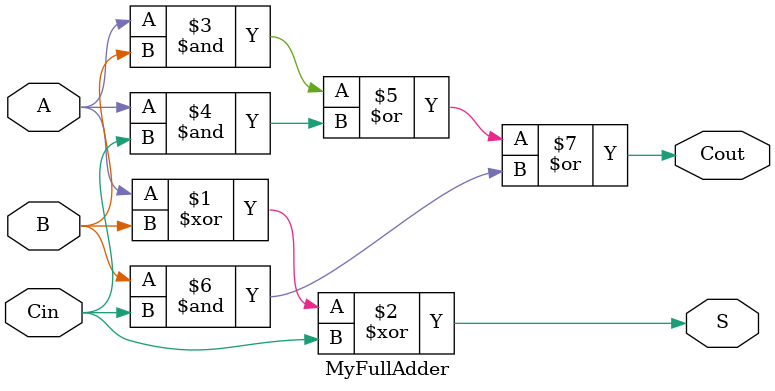
<source format=v>
`timescale 1ns / 1ps


module MyFullAdder(
     input  A,
     input  B,
     input  Cin,
     output S,
     output Cout
     );
     assign S = A^B^Cin;
     assign Cout = (A&B) | (A&Cin) | (B&Cin);
endmodule

</source>
